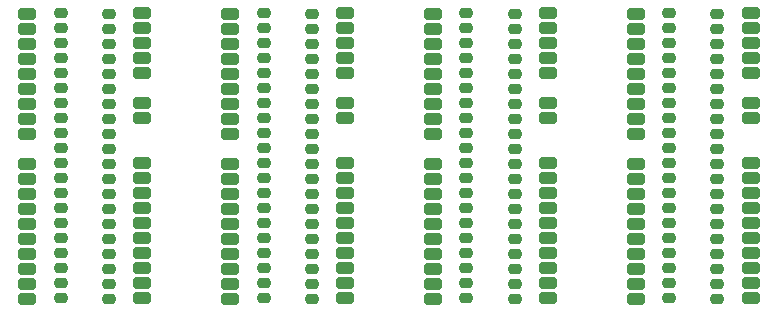
<source format=gbs>
G04 #@! TF.GenerationSoftware,KiCad,Pcbnew,7.0.6-0*
G04 #@! TF.CreationDate,2023-10-14T16:49:42-04:00*
G04 #@! TF.ProjectId,TMU Board,544d5520-426f-4617-9264-2e6b69636164,1*
G04 #@! TF.SameCoordinates,Original*
G04 #@! TF.FileFunction,Soldermask,Bot*
G04 #@! TF.FilePolarity,Negative*
%FSLAX46Y46*%
G04 Gerber Fmt 4.6, Leading zero omitted, Abs format (unit mm)*
G04 Created by KiCad (PCBNEW 7.0.6-0) date 2023-10-14 16:49:42*
%MOMM*%
%LPD*%
G01*
G04 APERTURE LIST*
G04 Aperture macros list*
%AMRoundRect*
0 Rectangle with rounded corners*
0 $1 Rounding radius*
0 $2 $3 $4 $5 $6 $7 $8 $9 X,Y pos of 4 corners*
0 Add a 4 corners polygon primitive as box body*
4,1,4,$2,$3,$4,$5,$6,$7,$8,$9,$2,$3,0*
0 Add four circle primitives for the rounded corners*
1,1,$1+$1,$2,$3*
1,1,$1+$1,$4,$5*
1,1,$1+$1,$6,$7*
1,1,$1+$1,$8,$9*
0 Add four rect primitives between the rounded corners*
20,1,$1+$1,$2,$3,$4,$5,0*
20,1,$1+$1,$4,$5,$6,$7,0*
20,1,$1+$1,$6,$7,$8,$9,0*
20,1,$1+$1,$8,$9,$2,$3,0*%
G04 Aperture macros list end*
%ADD10RoundRect,0.278300X0.477500X0.227500X-0.477500X0.227500X-0.477500X-0.227500X0.477500X-0.227500X0*%
%ADD11RoundRect,0.278300X-0.477500X-0.227500X0.477500X-0.227500X0.477500X0.227500X-0.477500X0.227500X0*%
%ADD12RoundRect,0.240800X0.310000X0.190000X-0.310000X0.190000X-0.310000X-0.190000X0.310000X-0.190000X0*%
%ADD13RoundRect,0.240800X-0.310000X-0.190000X0.310000X-0.190000X0.310000X0.190000X-0.310000X0.190000X0*%
G04 APERTURE END LIST*
D10*
X154630000Y-114260000D03*
X154630000Y-112990000D03*
X154630000Y-111720000D03*
X154630000Y-110450000D03*
X154630000Y-109180000D03*
X154630000Y-107910000D03*
X154630000Y-106640000D03*
X154630000Y-105370000D03*
X154630000Y-104100000D03*
X154630000Y-102830000D03*
X154630000Y-99020000D03*
X154630000Y-97750000D03*
X154630000Y-95210000D03*
X154630000Y-93940000D03*
X154630000Y-92670000D03*
X154630000Y-91400000D03*
X154630000Y-90130000D03*
D11*
X144900000Y-90140000D03*
X144900000Y-91410000D03*
X144900000Y-92680000D03*
X144900000Y-93950000D03*
X144900000Y-95220000D03*
X144900000Y-96490000D03*
X144900000Y-97760000D03*
X144900000Y-99030000D03*
X144900000Y-100300000D03*
X144900000Y-102840000D03*
X144900000Y-104110000D03*
X144900000Y-105380000D03*
X144900000Y-106650000D03*
X144900000Y-107920000D03*
X144900000Y-109190000D03*
X144900000Y-110460000D03*
X144900000Y-111730000D03*
X144900000Y-113000000D03*
X144900000Y-114270000D03*
D12*
X168970000Y-114270000D03*
X168970000Y-113000000D03*
X168970000Y-111730000D03*
X168970000Y-110460000D03*
X168970000Y-109190000D03*
X168970000Y-107920000D03*
X168970000Y-106650000D03*
X168970000Y-105380000D03*
X168970000Y-104110000D03*
X168970000Y-102840000D03*
X168970000Y-101570000D03*
X168970000Y-100300000D03*
X168970000Y-99030000D03*
X168970000Y-97760000D03*
X168970000Y-96490000D03*
X168970000Y-95220000D03*
X168970000Y-93950000D03*
X168970000Y-92680000D03*
X168970000Y-91410000D03*
X168970000Y-90140000D03*
D13*
X164870000Y-90130000D03*
X164870000Y-91400000D03*
X164870000Y-92670000D03*
X164870000Y-93940000D03*
X164870000Y-95210000D03*
X164870000Y-96480000D03*
X164870000Y-97750000D03*
X164870000Y-99020000D03*
X164870000Y-100290000D03*
X164870000Y-101560000D03*
X164870000Y-102830000D03*
X164870000Y-104100000D03*
X164870000Y-105370000D03*
X164870000Y-106640000D03*
X164870000Y-107910000D03*
X164870000Y-109180000D03*
X164870000Y-110450000D03*
X164870000Y-111720000D03*
X164870000Y-112990000D03*
X164870000Y-114260000D03*
D12*
X151810000Y-114270000D03*
X151810000Y-113000000D03*
X151810000Y-111730000D03*
X151810000Y-110460000D03*
X151810000Y-109190000D03*
X151810000Y-107920000D03*
X151810000Y-106650000D03*
X151810000Y-105380000D03*
X151810000Y-104110000D03*
X151810000Y-102840000D03*
X151810000Y-101570000D03*
X151810000Y-100300000D03*
X151810000Y-99030000D03*
X151810000Y-97760000D03*
X151810000Y-96490000D03*
X151810000Y-95220000D03*
X151810000Y-93950000D03*
X151810000Y-92680000D03*
X151810000Y-91410000D03*
X151810000Y-90140000D03*
D13*
X147710000Y-90130000D03*
X147710000Y-91400000D03*
X147710000Y-92670000D03*
X147710000Y-93940000D03*
X147710000Y-95210000D03*
X147710000Y-96480000D03*
X147710000Y-97750000D03*
X147710000Y-99020000D03*
X147710000Y-100290000D03*
X147710000Y-101560000D03*
X147710000Y-102830000D03*
X147710000Y-104100000D03*
X147710000Y-105370000D03*
X147710000Y-106640000D03*
X147710000Y-107910000D03*
X147710000Y-109180000D03*
X147710000Y-110450000D03*
X147710000Y-111720000D03*
X147710000Y-112990000D03*
X147710000Y-114260000D03*
D12*
X117490000Y-114270000D03*
X117490000Y-113000000D03*
X117490000Y-111730000D03*
X117490000Y-110460000D03*
X117490000Y-109190000D03*
X117490000Y-107920000D03*
X117490000Y-106650000D03*
X117490000Y-105380000D03*
X117490000Y-104110000D03*
X117490000Y-102840000D03*
X117490000Y-101570000D03*
X117490000Y-100300000D03*
X117490000Y-99030000D03*
X117490000Y-97760000D03*
X117490000Y-96490000D03*
X117490000Y-95220000D03*
X117490000Y-93950000D03*
X117490000Y-92680000D03*
X117490000Y-91410000D03*
X117490000Y-90140000D03*
D13*
X113390000Y-90130000D03*
X113390000Y-91400000D03*
X113390000Y-92670000D03*
X113390000Y-93940000D03*
X113390000Y-95210000D03*
X113390000Y-96480000D03*
X113390000Y-97750000D03*
X113390000Y-99020000D03*
X113390000Y-100290000D03*
X113390000Y-101560000D03*
X113390000Y-102830000D03*
X113390000Y-104100000D03*
X113390000Y-105370000D03*
X113390000Y-106640000D03*
X113390000Y-107910000D03*
X113390000Y-109180000D03*
X113390000Y-110450000D03*
X113390000Y-111720000D03*
X113390000Y-112990000D03*
X113390000Y-114260000D03*
D10*
X171800000Y-114260000D03*
X171800000Y-112990000D03*
X171800000Y-111720000D03*
X171800000Y-110450000D03*
X171800000Y-109180000D03*
X171800000Y-107910000D03*
X171800000Y-106640000D03*
X171800000Y-105370000D03*
X171800000Y-104100000D03*
X171800000Y-102830000D03*
X171800000Y-99020000D03*
X171800000Y-97750000D03*
X171800000Y-95210000D03*
X171800000Y-93940000D03*
X171800000Y-92670000D03*
X171800000Y-91400000D03*
X171800000Y-90130000D03*
D11*
X162070000Y-90140000D03*
X162070000Y-91410000D03*
X162070000Y-92680000D03*
X162070000Y-93950000D03*
X162070000Y-95220000D03*
X162070000Y-96490000D03*
X162070000Y-97760000D03*
X162070000Y-99030000D03*
X162070000Y-100300000D03*
X162070000Y-102840000D03*
X162070000Y-104110000D03*
X162070000Y-105380000D03*
X162070000Y-106650000D03*
X162070000Y-107920000D03*
X162070000Y-109190000D03*
X162070000Y-110460000D03*
X162070000Y-111730000D03*
X162070000Y-113000000D03*
X162070000Y-114270000D03*
D10*
X120290000Y-114260000D03*
X120290000Y-112990000D03*
X120290000Y-111720000D03*
X120290000Y-110450000D03*
X120290000Y-109180000D03*
X120290000Y-107910000D03*
X120290000Y-106640000D03*
X120290000Y-105370000D03*
X120290000Y-104100000D03*
X120290000Y-102830000D03*
X120290000Y-99020000D03*
X120290000Y-97750000D03*
X120290000Y-95210000D03*
X120290000Y-93940000D03*
X120290000Y-92670000D03*
X120290000Y-91400000D03*
X120290000Y-90130000D03*
D11*
X110560000Y-90140000D03*
X110560000Y-91410000D03*
X110560000Y-92680000D03*
X110560000Y-93950000D03*
X110560000Y-95220000D03*
X110560000Y-96490000D03*
X110560000Y-97760000D03*
X110560000Y-99030000D03*
X110560000Y-100300000D03*
X110560000Y-102840000D03*
X110560000Y-104110000D03*
X110560000Y-105380000D03*
X110560000Y-106650000D03*
X110560000Y-107920000D03*
X110560000Y-109190000D03*
X110560000Y-110460000D03*
X110560000Y-111730000D03*
X110560000Y-113000000D03*
X110560000Y-114270000D03*
D10*
X137470000Y-114260000D03*
X137470000Y-112990000D03*
X137470000Y-111720000D03*
X137470000Y-110450000D03*
X137470000Y-109180000D03*
X137470000Y-107910000D03*
X137470000Y-106640000D03*
X137470000Y-105370000D03*
X137470000Y-104100000D03*
X137470000Y-102830000D03*
X137470000Y-99020000D03*
X137470000Y-97750000D03*
X137470000Y-95210000D03*
X137470000Y-93940000D03*
X137470000Y-92670000D03*
X137470000Y-91400000D03*
X137470000Y-90130000D03*
D11*
X127740000Y-90140000D03*
X127740000Y-91410000D03*
X127740000Y-92680000D03*
X127740000Y-93950000D03*
X127740000Y-95220000D03*
X127740000Y-96490000D03*
X127740000Y-97760000D03*
X127740000Y-99030000D03*
X127740000Y-100300000D03*
X127740000Y-102840000D03*
X127740000Y-104110000D03*
X127740000Y-105380000D03*
X127740000Y-106650000D03*
X127740000Y-107920000D03*
X127740000Y-109190000D03*
X127740000Y-110460000D03*
X127740000Y-111730000D03*
X127740000Y-113000000D03*
X127740000Y-114270000D03*
D12*
X134650000Y-114270000D03*
X134650000Y-113000000D03*
X134650000Y-111730000D03*
X134650000Y-110460000D03*
X134650000Y-109190000D03*
X134650000Y-107920000D03*
X134650000Y-106650000D03*
X134650000Y-105380000D03*
X134650000Y-104110000D03*
X134650000Y-102840000D03*
X134650000Y-101570000D03*
X134650000Y-100300000D03*
X134650000Y-99030000D03*
X134650000Y-97760000D03*
X134650000Y-96490000D03*
X134650000Y-95220000D03*
X134650000Y-93950000D03*
X134650000Y-92680000D03*
X134650000Y-91410000D03*
X134650000Y-90140000D03*
D13*
X130550000Y-90130000D03*
X130550000Y-91400000D03*
X130550000Y-92670000D03*
X130550000Y-93940000D03*
X130550000Y-95210000D03*
X130550000Y-96480000D03*
X130550000Y-97750000D03*
X130550000Y-99020000D03*
X130550000Y-100290000D03*
X130550000Y-101560000D03*
X130550000Y-102830000D03*
X130550000Y-104100000D03*
X130550000Y-105370000D03*
X130550000Y-106640000D03*
X130550000Y-107910000D03*
X130550000Y-109180000D03*
X130550000Y-110450000D03*
X130550000Y-111720000D03*
X130550000Y-112990000D03*
X130550000Y-114260000D03*
M02*

</source>
